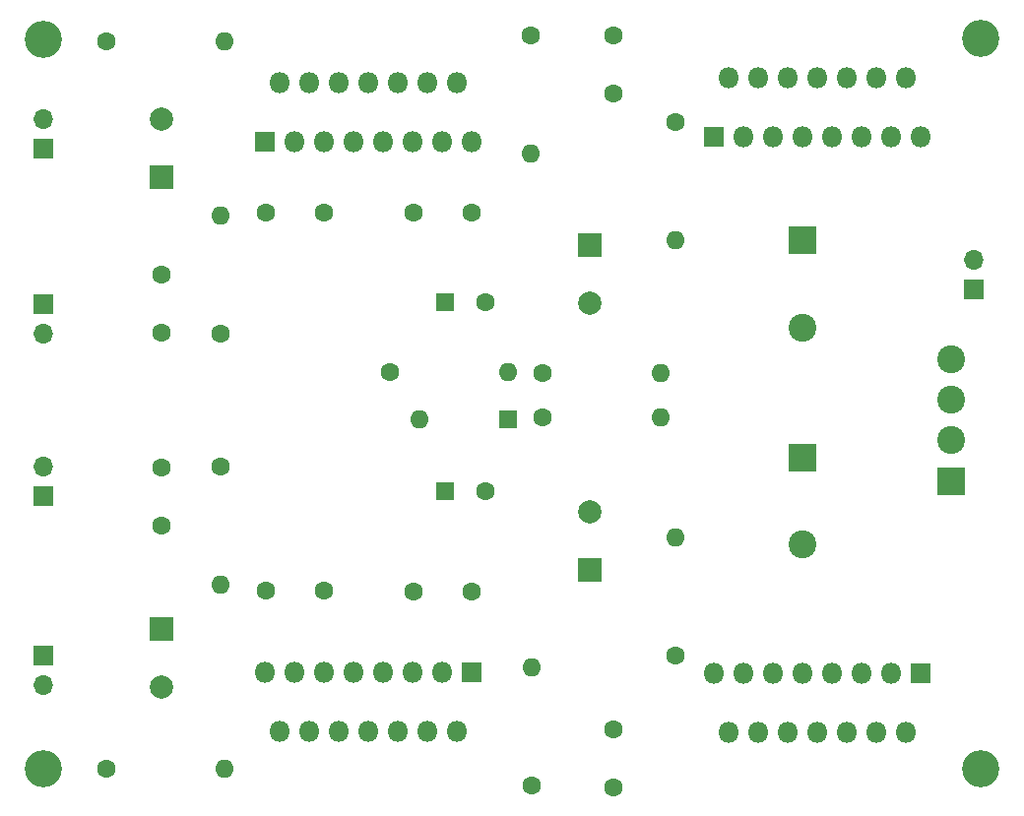
<source format=gbr>
G04 #@! TF.GenerationSoftware,KiCad,Pcbnew,(5.1.8-0-10_14)*
G04 #@! TF.CreationDate,2020-12-22T15:40:18-08:00*
G04 #@! TF.ProjectId,DualPedalBoardAmpSt,4475616c-5065-4646-916c-426f61726441,rev?*
G04 #@! TF.SameCoordinates,Original*
G04 #@! TF.FileFunction,Soldermask,Bot*
G04 #@! TF.FilePolarity,Negative*
%FSLAX46Y46*%
G04 Gerber Fmt 4.6, Leading zero omitted, Abs format (unit mm)*
G04 Created by KiCad (PCBNEW (5.1.8-0-10_14)) date 2020-12-22 15:40:18*
%MOMM*%
%LPD*%
G01*
G04 APERTURE LIST*
%ADD10C,2.400000*%
%ADD11R,2.400000X2.400000*%
%ADD12O,1.800000X1.800000*%
%ADD13R,1.800000X1.800000*%
%ADD14O,1.600000X1.600000*%
%ADD15C,1.600000*%
%ADD16C,2.000000*%
%ADD17R,2.000000X2.000000*%
%ADD18R,1.600000X1.600000*%
%ADD19C,3.200000*%
%ADD20O,1.700000X1.700000*%
%ADD21R,1.700000X1.700000*%
G04 APERTURE END LIST*
D10*
X196215000Y-72050000D03*
X196215000Y-75550000D03*
X196215000Y-79050000D03*
D11*
X196215000Y-82550000D03*
D12*
X175768000Y-99060000D03*
X177038000Y-104140000D03*
X178308000Y-99060000D03*
X179578000Y-104140000D03*
X180848000Y-99060000D03*
X182118000Y-104140000D03*
X183388000Y-99060000D03*
X184658000Y-104140000D03*
X185928000Y-99060000D03*
X187198000Y-104140000D03*
X188468000Y-99060000D03*
X189738000Y-104140000D03*
X191008000Y-99060000D03*
X192278000Y-104140000D03*
D13*
X193548000Y-99060000D03*
D12*
X154940000Y-53340000D03*
X153670000Y-48260000D03*
X152400000Y-53340000D03*
X151130000Y-48260000D03*
X149860000Y-53340000D03*
X148590000Y-48260000D03*
X147320000Y-53340000D03*
X146050000Y-48260000D03*
X144780000Y-53340000D03*
X143510000Y-48260000D03*
X142240000Y-53340000D03*
X140970000Y-48260000D03*
X139700000Y-53340000D03*
X138430000Y-48260000D03*
D13*
X137160000Y-53340000D03*
D14*
X172466000Y-87376000D03*
D15*
X172466000Y-97536000D03*
D12*
X193548000Y-52959000D03*
X192278000Y-47879000D03*
X191008000Y-52959000D03*
X189738000Y-47879000D03*
X188468000Y-52959000D03*
X187198000Y-47879000D03*
X185928000Y-52959000D03*
X184658000Y-47879000D03*
X183388000Y-52959000D03*
X182118000Y-47879000D03*
X180848000Y-52959000D03*
X179578000Y-47879000D03*
X178308000Y-52959000D03*
X177038000Y-47879000D03*
D13*
X175768000Y-52959000D03*
D14*
X172466000Y-61849000D03*
D15*
X172466000Y-51689000D03*
X167132000Y-108886000D03*
X167132000Y-103886000D03*
X167132000Y-44196000D03*
X167132000Y-49196000D03*
D16*
X128270000Y-100250000D03*
D17*
X128270000Y-95250000D03*
D16*
X128270000Y-51388000D03*
D17*
X128270000Y-56388000D03*
D15*
X156154000Y-67183000D03*
D18*
X152654000Y-67183000D03*
D15*
X156154000Y-83439000D03*
D18*
X152654000Y-83439000D03*
D16*
X165100000Y-67230000D03*
D17*
X165100000Y-62230000D03*
D19*
X118110000Y-107315000D03*
X198755000Y-44450000D03*
X198755000Y-107315000D03*
X118110000Y-44577000D03*
D16*
X165100000Y-85170000D03*
D17*
X165100000Y-90170000D03*
D14*
X171196000Y-77089000D03*
D15*
X161036000Y-77089000D03*
X149940000Y-92075000D03*
X154940000Y-92075000D03*
D12*
X137220000Y-99000000D03*
X138490000Y-104080000D03*
X139760000Y-99000000D03*
X141030000Y-104080000D03*
X142300000Y-99000000D03*
X143570000Y-104080000D03*
X144840000Y-99000000D03*
X146110000Y-104080000D03*
X147380000Y-99000000D03*
X148650000Y-104080000D03*
X149920000Y-99000000D03*
X151190000Y-104080000D03*
X152460000Y-99000000D03*
X153730000Y-104080000D03*
D13*
X155000000Y-99000000D03*
D14*
X133731000Y-107315000D03*
D15*
X123571000Y-107315000D03*
D14*
X133350000Y-91440000D03*
D15*
X133350000Y-81280000D03*
D14*
X160147000Y-98552000D03*
D15*
X160147000Y-108712000D03*
D20*
X118110000Y-100076000D03*
D21*
X118110000Y-97536000D03*
D20*
X118110000Y-81280000D03*
D21*
X118110000Y-83820000D03*
D15*
X137240000Y-92000000D03*
X142240000Y-92000000D03*
X128270000Y-81360000D03*
X128270000Y-86360000D03*
D20*
X198120000Y-63500000D03*
D21*
X198120000Y-66040000D03*
D14*
X133731000Y-44704000D03*
D15*
X123571000Y-44704000D03*
D14*
X158115000Y-73152000D03*
D15*
X147955000Y-73152000D03*
D14*
X171196000Y-73279000D03*
D15*
X161036000Y-73279000D03*
D14*
X133350000Y-59690000D03*
D15*
X133350000Y-69850000D03*
D14*
X160020000Y-54356000D03*
D15*
X160020000Y-44196000D03*
D20*
X118110000Y-51435000D03*
D21*
X118110000Y-53975000D03*
D20*
X118110000Y-69850000D03*
D21*
X118110000Y-67310000D03*
D14*
X150495000Y-77216000D03*
D18*
X158115000Y-77216000D03*
D10*
X183388000Y-69349000D03*
D11*
X183388000Y-61849000D03*
D15*
X149940000Y-59436000D03*
X154940000Y-59436000D03*
D10*
X183388000Y-88018000D03*
D11*
X183388000Y-80518000D03*
D15*
X137240000Y-59436000D03*
X142240000Y-59436000D03*
X128270000Y-69770000D03*
X128270000Y-64770000D03*
M02*

</source>
